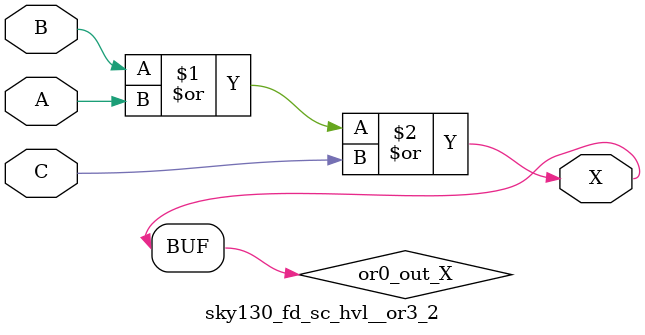
<source format=v>
module sky130_fd_sc_hvl__or3_2 (
    X,
    A,
    B,
    C
);
    output X;
    input  A;
    input  B;
    input  C;
    wire or0_out_X;
    or  or0  (or0_out_X, B, A, C        );
    buf buf0 (X        , or0_out_X      );
endmodule
</source>
